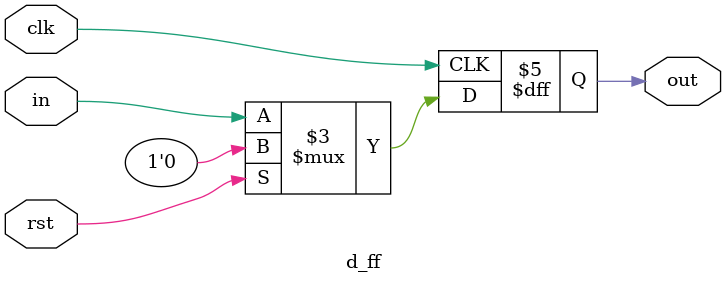
<source format=v>
`timescale 1ns / 1ps


module d_ff(in,out,clk,rst);
input in,clk,rst;
output reg out;

always@(posedge clk)
    begin
        if(rst) out =0; 
        else out = in;  
    
    end

endmodule

</source>
